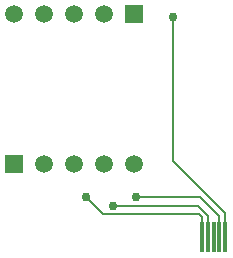
<source format=gbr>
G04 EAGLE Gerber RS-274X export*
G75*
%MOMM*%
%FSLAX34Y34*%
%LPD*%
%INBottom Copper*%
%IPPOS*%
%AMOC8*
5,1,8,0,0,1.08239X$1,22.5*%
G01*
%ADD10R,1.508000X1.508000*%
%ADD11C,1.508000*%
%ADD12R,0.300000X2.500000*%
%ADD13C,0.756400*%
%ADD14C,0.152400*%


D10*
X148900Y229250D03*
D11*
X174300Y229250D03*
X199700Y229250D03*
X225100Y229250D03*
X250500Y229250D03*
X148900Y356000D03*
D10*
X250500Y356000D03*
D11*
X225100Y356000D03*
X199700Y356000D03*
X174300Y356000D03*
D12*
X327500Y167500D03*
X322500Y167500D03*
X317500Y167500D03*
X312500Y167500D03*
X307500Y167500D03*
D13*
X209500Y201500D03*
D14*
X307500Y184500D02*
X307500Y167500D01*
X224000Y187000D02*
X209500Y201500D01*
X224000Y187000D02*
X305000Y187000D01*
X307500Y184500D01*
D13*
X252000Y201500D03*
D14*
X306000Y201500D01*
X322000Y185500D01*
X322000Y168000D02*
X322500Y167500D01*
X322000Y168000D02*
X322000Y185500D01*
D13*
X283000Y354000D03*
D14*
X283000Y232033D01*
X327500Y187533D02*
X327500Y167500D01*
X327500Y187533D02*
X283000Y232033D01*
D13*
X232000Y194000D03*
D14*
X304000Y194000D01*
X312500Y185500D02*
X312500Y167500D01*
X312500Y185500D02*
X304000Y194000D01*
M02*

</source>
